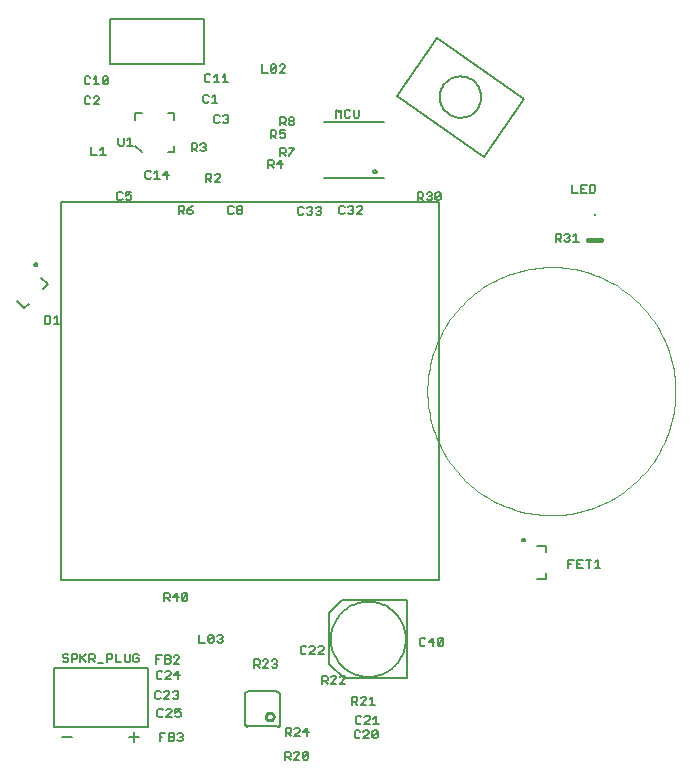
<source format=gto>
G75*
%MOIN*%
%OFA0B0*%
%FSLAX24Y24*%
%IPPOS*%
%LPD*%
%AMOC8*
5,1,8,0,0,1.08239X$1,22.5*
%
%ADD10C,0.0160*%
%ADD11C,0.0080*%
%ADD12C,0.0050*%
%ADD13C,0.0039*%
%ADD14C,0.0060*%
%ADD15C,0.0070*%
%ADD16C,0.0006*%
%ADD17C,0.0100*%
%ADD18R,0.0079X0.0079*%
D10*
X025219Y018999D02*
X025652Y018999D01*
D11*
X018057Y021281D02*
X018059Y021296D01*
X018065Y021309D01*
X018074Y021321D01*
X018085Y021330D01*
X018099Y021336D01*
X018114Y021338D01*
X018129Y021336D01*
X018142Y021330D01*
X018154Y021321D01*
X018163Y021310D01*
X018169Y021296D01*
X018171Y021281D01*
X018169Y021266D01*
X018163Y021253D01*
X018154Y021241D01*
X018143Y021232D01*
X018129Y021226D01*
X018114Y021224D01*
X018099Y021226D01*
X018086Y021232D01*
X018074Y021241D01*
X018065Y021252D01*
X018059Y021266D01*
X018057Y021281D01*
X011420Y021932D02*
X011420Y022149D01*
X011420Y021932D02*
X011204Y021932D01*
X010337Y021932D02*
X010121Y022149D01*
X010121Y023015D02*
X010121Y023231D01*
X010337Y023231D01*
X011204Y023231D02*
X011420Y023231D01*
X011420Y023015D01*
D12*
X010564Y002778D02*
X007434Y002778D01*
X007434Y004747D01*
X010564Y004747D01*
X010564Y002778D01*
X010943Y002570D02*
X010943Y002299D01*
X010943Y002435D02*
X011033Y002435D01*
X010943Y002570D02*
X011123Y002570D01*
X011238Y002570D02*
X011373Y002570D01*
X011418Y002525D01*
X011418Y002480D01*
X011373Y002435D01*
X011238Y002435D01*
X011238Y002570D02*
X011238Y002299D01*
X011373Y002299D01*
X011418Y002345D01*
X011418Y002390D01*
X011373Y002435D01*
X011532Y002525D02*
X011578Y002570D01*
X011668Y002570D01*
X011713Y002525D01*
X011713Y002480D01*
X011668Y002435D01*
X011713Y002390D01*
X011713Y002345D01*
X011668Y002299D01*
X011578Y002299D01*
X011532Y002345D01*
X011623Y002435D02*
X011668Y002435D01*
X011593Y003105D02*
X011503Y003105D01*
X011458Y003150D01*
X011458Y003240D02*
X011548Y003285D01*
X011593Y003285D01*
X011638Y003240D01*
X011638Y003150D01*
X011593Y003105D01*
X011458Y003240D02*
X011458Y003375D01*
X011638Y003375D01*
X011343Y003330D02*
X011298Y003375D01*
X011208Y003375D01*
X011163Y003330D01*
X011049Y003330D02*
X011004Y003375D01*
X010913Y003375D01*
X010868Y003330D01*
X010868Y003150D01*
X010913Y003105D01*
X011004Y003105D01*
X011049Y003150D01*
X011163Y003105D02*
X011343Y003285D01*
X011343Y003330D01*
X011343Y003105D02*
X011163Y003105D01*
X011084Y003698D02*
X011265Y003878D01*
X011265Y003923D01*
X011220Y003968D01*
X011130Y003968D01*
X011084Y003923D01*
X010970Y003923D02*
X010925Y003968D01*
X010835Y003968D01*
X010790Y003923D01*
X010790Y003743D01*
X010835Y003698D01*
X010925Y003698D01*
X010970Y003743D01*
X011084Y003698D02*
X011265Y003698D01*
X011379Y003743D02*
X011424Y003698D01*
X011514Y003698D01*
X011559Y003743D01*
X011559Y003788D01*
X011514Y003833D01*
X011469Y003833D01*
X011514Y003833D02*
X011559Y003878D01*
X011559Y003923D01*
X011514Y003968D01*
X011424Y003968D01*
X011379Y003923D01*
X011312Y004364D02*
X011132Y004364D01*
X011312Y004545D01*
X011312Y004590D01*
X011267Y004635D01*
X011177Y004635D01*
X011132Y004590D01*
X011017Y004590D02*
X010972Y004635D01*
X010882Y004635D01*
X010837Y004590D01*
X010837Y004409D01*
X010882Y004364D01*
X010972Y004364D01*
X011017Y004409D01*
X011426Y004500D02*
X011606Y004500D01*
X011561Y004635D02*
X011561Y004364D01*
X011426Y004500D02*
X011561Y004635D01*
X011598Y004882D02*
X011418Y004882D01*
X011598Y005062D01*
X011598Y005107D01*
X011553Y005152D01*
X011463Y005152D01*
X011418Y005107D01*
X011304Y005107D02*
X011304Y005062D01*
X011259Y005017D01*
X011124Y005017D01*
X011259Y005017D02*
X011304Y004972D01*
X011304Y004927D01*
X011259Y004882D01*
X011124Y004882D01*
X011124Y005152D01*
X011259Y005152D01*
X011304Y005107D01*
X011009Y005152D02*
X010829Y005152D01*
X010829Y004882D01*
X010829Y005017D02*
X010919Y005017D01*
X010246Y004978D02*
X010246Y005068D01*
X010156Y005068D01*
X010066Y005159D02*
X010066Y004978D01*
X010111Y004933D01*
X010201Y004933D01*
X010246Y004978D01*
X010246Y005159D02*
X010201Y005204D01*
X010111Y005204D01*
X010066Y005159D01*
X009952Y005204D02*
X009952Y004978D01*
X009907Y004933D01*
X009817Y004933D01*
X009771Y004978D01*
X009771Y005204D01*
X009657Y004933D02*
X009477Y004933D01*
X009477Y005204D01*
X009362Y005159D02*
X009362Y005068D01*
X009317Y005023D01*
X009182Y005023D01*
X009182Y004933D02*
X009182Y005204D01*
X009317Y005204D01*
X009362Y005159D01*
X009068Y004888D02*
X008888Y004888D01*
X008773Y004933D02*
X008683Y005023D01*
X008728Y005023D02*
X008593Y005023D01*
X008593Y004933D02*
X008593Y005204D01*
X008728Y005204D01*
X008773Y005159D01*
X008773Y005068D01*
X008728Y005023D01*
X008478Y004933D02*
X008343Y005068D01*
X008298Y005023D02*
X008478Y005204D01*
X008298Y005204D02*
X008298Y004933D01*
X008184Y005068D02*
X008139Y005023D01*
X008004Y005023D01*
X008004Y004933D02*
X008004Y005204D01*
X008139Y005204D01*
X008184Y005159D01*
X008184Y005068D01*
X007889Y005023D02*
X007889Y004978D01*
X007844Y004933D01*
X007754Y004933D01*
X007709Y004978D01*
X007754Y005068D02*
X007844Y005068D01*
X007889Y005023D01*
X007889Y005159D02*
X007844Y005204D01*
X007754Y005204D01*
X007709Y005159D01*
X007709Y005114D01*
X007754Y005068D01*
X007660Y007660D02*
X007660Y020260D01*
X020260Y020260D01*
X020260Y007660D01*
X007660Y007660D01*
X011097Y007235D02*
X011097Y006965D01*
X011097Y007055D02*
X011232Y007055D01*
X011277Y007100D01*
X011277Y007190D01*
X011232Y007235D01*
X011097Y007235D01*
X011187Y007055D02*
X011277Y006965D01*
X011391Y007100D02*
X011572Y007100D01*
X011526Y007235D02*
X011391Y007100D01*
X011526Y006965D02*
X011526Y007235D01*
X011686Y007190D02*
X011731Y007235D01*
X011821Y007235D01*
X011866Y007190D01*
X011686Y007010D01*
X011731Y006965D01*
X011821Y006965D01*
X011866Y007010D01*
X011866Y007190D01*
X011686Y007190D02*
X011686Y007010D01*
X012268Y005845D02*
X012268Y005574D01*
X012448Y005574D01*
X012562Y005619D02*
X012607Y005574D01*
X012697Y005574D01*
X012742Y005619D01*
X012742Y005799D01*
X012562Y005619D01*
X012562Y005799D01*
X012607Y005845D01*
X012697Y005845D01*
X012742Y005799D01*
X012857Y005799D02*
X012902Y005845D01*
X012992Y005845D01*
X013037Y005799D01*
X013037Y005754D01*
X012992Y005709D01*
X013037Y005664D01*
X013037Y005619D01*
X012992Y005574D01*
X012902Y005574D01*
X012857Y005619D01*
X012947Y005709D02*
X012992Y005709D01*
X014089Y005017D02*
X014224Y005017D01*
X014269Y004972D01*
X014269Y004881D01*
X014224Y004836D01*
X014089Y004836D01*
X014089Y004746D02*
X014089Y005017D01*
X014179Y004836D02*
X014269Y004746D01*
X014384Y004746D02*
X014564Y004926D01*
X014564Y004972D01*
X014519Y005017D01*
X014429Y005017D01*
X014384Y004972D01*
X014384Y004746D02*
X014564Y004746D01*
X014678Y004791D02*
X014723Y004746D01*
X014813Y004746D01*
X014858Y004791D01*
X014858Y004836D01*
X014813Y004881D01*
X014768Y004881D01*
X014813Y004881D02*
X014858Y004926D01*
X014858Y004972D01*
X014813Y005017D01*
X014723Y005017D01*
X014678Y004972D01*
X015638Y005247D02*
X015684Y005202D01*
X015774Y005202D01*
X015819Y005247D01*
X015933Y005202D02*
X016113Y005382D01*
X016113Y005427D01*
X016068Y005472D01*
X015978Y005472D01*
X015933Y005427D01*
X015819Y005427D02*
X015774Y005472D01*
X015684Y005472D01*
X015638Y005427D01*
X015638Y005247D01*
X015933Y005202D02*
X016113Y005202D01*
X016228Y005202D02*
X016408Y005382D01*
X016408Y005427D01*
X016363Y005472D01*
X016273Y005472D01*
X016228Y005427D01*
X016228Y005202D02*
X016408Y005202D01*
X016597Y004865D02*
X016597Y006558D01*
X017030Y006991D01*
X019196Y006991D01*
X019196Y004393D01*
X017070Y004393D01*
X016597Y004865D01*
X016696Y004481D02*
X016651Y004436D01*
X016696Y004481D02*
X016786Y004481D01*
X016831Y004436D01*
X016831Y004391D01*
X016651Y004211D01*
X016831Y004211D01*
X016946Y004211D02*
X017126Y004391D01*
X017126Y004436D01*
X017081Y004481D01*
X016991Y004481D01*
X016946Y004436D01*
X016946Y004211D02*
X017126Y004211D01*
X017351Y003778D02*
X017486Y003778D01*
X017531Y003733D01*
X017531Y003643D01*
X017486Y003598D01*
X017351Y003598D01*
X017441Y003598D02*
X017531Y003508D01*
X017646Y003508D02*
X017826Y003688D01*
X017826Y003733D01*
X017781Y003778D01*
X017691Y003778D01*
X017646Y003733D01*
X017646Y003508D02*
X017826Y003508D01*
X017940Y003508D02*
X018121Y003508D01*
X018030Y003508D02*
X018030Y003778D01*
X017940Y003688D01*
X017903Y003137D02*
X017813Y003137D01*
X017768Y003092D01*
X017653Y003092D02*
X017608Y003137D01*
X017518Y003137D01*
X017473Y003092D01*
X017473Y002912D01*
X017518Y002867D01*
X017608Y002867D01*
X017653Y002912D01*
X017768Y002867D02*
X017948Y003047D01*
X017948Y003092D01*
X017903Y003137D01*
X018062Y003047D02*
X018152Y003137D01*
X018152Y002867D01*
X018062Y002867D02*
X018243Y002867D01*
X018160Y002654D02*
X018070Y002654D01*
X018025Y002609D01*
X018025Y002429D01*
X018205Y002609D01*
X018205Y002429D01*
X018160Y002384D01*
X018070Y002384D01*
X018025Y002429D01*
X017910Y002384D02*
X017730Y002384D01*
X017910Y002564D01*
X017910Y002609D01*
X017865Y002654D01*
X017775Y002654D01*
X017730Y002609D01*
X017615Y002609D02*
X017570Y002654D01*
X017480Y002654D01*
X017435Y002609D01*
X017435Y002429D01*
X017480Y002384D01*
X017570Y002384D01*
X017615Y002429D01*
X017768Y002867D02*
X017948Y002867D01*
X018160Y002654D02*
X018205Y002609D01*
X017351Y003508D02*
X017351Y003778D01*
X016537Y004211D02*
X016447Y004301D01*
X016492Y004301D02*
X016357Y004301D01*
X016357Y004211D02*
X016357Y004481D01*
X016492Y004481D01*
X016537Y004436D01*
X016537Y004346D01*
X016492Y004301D01*
X016646Y005692D02*
X016648Y005762D01*
X016654Y005832D01*
X016664Y005902D01*
X016677Y005970D01*
X016695Y006038D01*
X016716Y006105D01*
X016741Y006171D01*
X016770Y006235D01*
X016802Y006297D01*
X016838Y006358D01*
X016877Y006416D01*
X016919Y006472D01*
X016964Y006526D01*
X017012Y006577D01*
X017063Y006625D01*
X017117Y006670D01*
X017173Y006712D01*
X017231Y006751D01*
X017292Y006787D01*
X017354Y006819D01*
X017418Y006848D01*
X017484Y006873D01*
X017551Y006894D01*
X017619Y006912D01*
X017687Y006925D01*
X017757Y006935D01*
X017827Y006941D01*
X017897Y006943D01*
X017967Y006941D01*
X018037Y006935D01*
X018107Y006925D01*
X018175Y006912D01*
X018243Y006894D01*
X018310Y006873D01*
X018376Y006848D01*
X018440Y006819D01*
X018502Y006787D01*
X018563Y006751D01*
X018621Y006712D01*
X018677Y006670D01*
X018731Y006625D01*
X018782Y006577D01*
X018830Y006526D01*
X018875Y006472D01*
X018917Y006416D01*
X018956Y006358D01*
X018992Y006297D01*
X019024Y006235D01*
X019053Y006171D01*
X019078Y006105D01*
X019099Y006038D01*
X019117Y005970D01*
X019130Y005902D01*
X019140Y005832D01*
X019146Y005762D01*
X019148Y005692D01*
X019146Y005622D01*
X019140Y005552D01*
X019130Y005482D01*
X019117Y005414D01*
X019099Y005346D01*
X019078Y005279D01*
X019053Y005213D01*
X019024Y005149D01*
X018992Y005087D01*
X018956Y005026D01*
X018917Y004968D01*
X018875Y004912D01*
X018830Y004858D01*
X018782Y004807D01*
X018731Y004759D01*
X018677Y004714D01*
X018621Y004672D01*
X018563Y004633D01*
X018502Y004597D01*
X018440Y004565D01*
X018376Y004536D01*
X018310Y004511D01*
X018243Y004490D01*
X018175Y004472D01*
X018107Y004459D01*
X018037Y004449D01*
X017967Y004443D01*
X017897Y004441D01*
X017827Y004443D01*
X017757Y004449D01*
X017687Y004459D01*
X017619Y004472D01*
X017551Y004490D01*
X017484Y004511D01*
X017418Y004536D01*
X017354Y004565D01*
X017292Y004597D01*
X017231Y004633D01*
X017173Y004672D01*
X017117Y004714D01*
X017063Y004759D01*
X017012Y004807D01*
X016964Y004858D01*
X016919Y004912D01*
X016877Y004968D01*
X016838Y005026D01*
X016802Y005087D01*
X016770Y005149D01*
X016741Y005213D01*
X016716Y005279D01*
X016695Y005346D01*
X016677Y005414D01*
X016664Y005482D01*
X016654Y005552D01*
X016648Y005622D01*
X016646Y005692D01*
X019618Y005694D02*
X019618Y005514D01*
X019663Y005469D01*
X019754Y005469D01*
X019799Y005514D01*
X019913Y005604D02*
X020093Y005604D01*
X020048Y005469D02*
X020048Y005739D01*
X019913Y005604D01*
X019799Y005694D02*
X019754Y005739D01*
X019663Y005739D01*
X019618Y005694D01*
X020208Y005694D02*
X020208Y005514D01*
X020388Y005694D01*
X020388Y005514D01*
X020343Y005469D01*
X020253Y005469D01*
X020208Y005514D01*
X020208Y005694D02*
X020253Y005739D01*
X020343Y005739D01*
X020388Y005694D01*
X023016Y009001D02*
X023018Y009014D01*
X023023Y009027D01*
X023032Y009038D01*
X023043Y009045D01*
X023056Y009050D01*
X023069Y009051D01*
X023083Y009048D01*
X023095Y009042D01*
X023105Y009033D01*
X023112Y009021D01*
X023116Y009008D01*
X023116Y008994D01*
X023112Y008981D01*
X023105Y008969D01*
X023095Y008960D01*
X023083Y008954D01*
X023069Y008951D01*
X023056Y008952D01*
X023043Y008957D01*
X023032Y008964D01*
X023023Y008975D01*
X023018Y008988D01*
X023016Y009001D01*
X024565Y008341D02*
X024565Y008070D01*
X024565Y008205D02*
X024655Y008205D01*
X024565Y008341D02*
X024745Y008341D01*
X024860Y008341D02*
X024860Y008070D01*
X025040Y008070D01*
X024950Y008205D02*
X024860Y008205D01*
X024860Y008341D02*
X025040Y008341D01*
X025154Y008341D02*
X025334Y008341D01*
X025244Y008341D02*
X025244Y008070D01*
X025449Y008070D02*
X025629Y008070D01*
X025539Y008070D02*
X025539Y008341D01*
X025449Y008251D01*
X015861Y002736D02*
X015861Y002466D01*
X015906Y002601D02*
X015725Y002601D01*
X015861Y002736D01*
X015611Y002691D02*
X015566Y002736D01*
X015476Y002736D01*
X015431Y002691D01*
X015316Y002691D02*
X015316Y002601D01*
X015271Y002556D01*
X015136Y002556D01*
X015226Y002556D02*
X015316Y002466D01*
X015431Y002466D02*
X015611Y002646D01*
X015611Y002691D01*
X015611Y002466D02*
X015431Y002466D01*
X015316Y002691D02*
X015271Y002736D01*
X015136Y002736D01*
X015136Y002466D01*
X015126Y001947D02*
X015261Y001947D01*
X015306Y001902D01*
X015306Y001812D01*
X015261Y001767D01*
X015126Y001767D01*
X015216Y001767D02*
X015306Y001677D01*
X015421Y001677D02*
X015601Y001857D01*
X015601Y001902D01*
X015556Y001947D01*
X015466Y001947D01*
X015421Y001902D01*
X015421Y001677D02*
X015601Y001677D01*
X015715Y001722D02*
X015895Y001902D01*
X015895Y001722D01*
X015850Y001677D01*
X015760Y001677D01*
X015715Y001722D01*
X015715Y001902D01*
X015760Y001947D01*
X015850Y001947D01*
X015895Y001902D01*
X015126Y001947D02*
X015126Y001677D01*
X007593Y016204D02*
X007413Y016204D01*
X007503Y016204D02*
X007503Y016475D01*
X007413Y016385D01*
X007298Y016430D02*
X007253Y016475D01*
X007118Y016475D01*
X007118Y016204D01*
X007253Y016204D01*
X007298Y016249D01*
X007298Y016430D01*
X006763Y018190D02*
X006765Y018203D01*
X006770Y018216D01*
X006779Y018227D01*
X006790Y018234D01*
X006803Y018239D01*
X006816Y018240D01*
X006830Y018237D01*
X006842Y018231D01*
X006852Y018222D01*
X006859Y018210D01*
X006863Y018197D01*
X006863Y018183D01*
X006859Y018170D01*
X006852Y018158D01*
X006842Y018149D01*
X006830Y018143D01*
X006816Y018140D01*
X006803Y018141D01*
X006790Y018146D01*
X006779Y018153D01*
X006770Y018164D01*
X006765Y018177D01*
X006763Y018190D01*
X009522Y020382D02*
X009567Y020337D01*
X009657Y020337D01*
X009702Y020382D01*
X009817Y020382D02*
X009862Y020337D01*
X009952Y020337D01*
X009997Y020382D01*
X009997Y020472D01*
X009952Y020517D01*
X009907Y020517D01*
X009817Y020472D01*
X009817Y020607D01*
X009997Y020607D01*
X009702Y020562D02*
X009657Y020607D01*
X009567Y020607D01*
X009522Y020562D01*
X009522Y020382D01*
X010467Y021087D02*
X010512Y021042D01*
X010602Y021042D01*
X010647Y021087D01*
X010761Y021042D02*
X010942Y021042D01*
X010852Y021042D02*
X010852Y021312D01*
X010761Y021222D01*
X010647Y021267D02*
X010602Y021312D01*
X010512Y021312D01*
X010467Y021267D01*
X010467Y021087D01*
X011056Y021177D02*
X011236Y021177D01*
X011191Y021312D02*
X011056Y021177D01*
X011191Y021042D02*
X011191Y021312D01*
X012002Y021951D02*
X012002Y022221D01*
X012137Y022221D01*
X012182Y022176D01*
X012182Y022086D01*
X012137Y022041D01*
X012002Y022041D01*
X012092Y022041D02*
X012182Y021951D01*
X012297Y021996D02*
X012342Y021951D01*
X012432Y021951D01*
X012477Y021996D01*
X012477Y022041D01*
X012432Y022086D01*
X012387Y022086D01*
X012432Y022086D02*
X012477Y022131D01*
X012477Y022176D01*
X012432Y022221D01*
X012342Y022221D01*
X012297Y022176D01*
X012803Y022900D02*
X012893Y022900D01*
X012938Y022945D01*
X013053Y022945D02*
X013098Y022900D01*
X013188Y022900D01*
X013233Y022945D01*
X013233Y022990D01*
X013188Y023035D01*
X013143Y023035D01*
X013188Y023035D02*
X013233Y023080D01*
X013233Y023125D01*
X013188Y023170D01*
X013098Y023170D01*
X013053Y023125D01*
X012938Y023125D02*
X012893Y023170D01*
X012803Y023170D01*
X012758Y023125D01*
X012758Y022945D01*
X012803Y022900D01*
X012777Y023573D02*
X012777Y023843D01*
X012687Y023753D01*
X012572Y023798D02*
X012527Y023843D01*
X012437Y023843D01*
X012392Y023798D01*
X012392Y023618D01*
X012437Y023573D01*
X012527Y023573D01*
X012572Y023618D01*
X012687Y023573D02*
X012867Y023573D01*
X012836Y024270D02*
X012836Y024540D01*
X012746Y024450D01*
X012631Y024495D02*
X012586Y024540D01*
X012496Y024540D01*
X012451Y024495D01*
X012451Y024315D01*
X012496Y024270D01*
X012586Y024270D01*
X012631Y024315D01*
X012746Y024270D02*
X012926Y024270D01*
X013040Y024270D02*
X013221Y024270D01*
X013130Y024270D02*
X013130Y024540D01*
X013040Y024450D01*
X012424Y024857D02*
X012424Y026353D01*
X009274Y026353D01*
X009274Y024857D01*
X012424Y024857D01*
X014356Y024852D02*
X014356Y024582D01*
X014536Y024582D01*
X014651Y024627D02*
X014831Y024807D01*
X014831Y024627D01*
X014786Y024582D01*
X014696Y024582D01*
X014651Y024627D01*
X014651Y024807D01*
X014696Y024852D01*
X014786Y024852D01*
X014831Y024807D01*
X014945Y024807D02*
X014991Y024852D01*
X015081Y024852D01*
X015126Y024807D01*
X015126Y024762D01*
X014945Y024582D01*
X015126Y024582D01*
X015090Y023087D02*
X014955Y023087D01*
X014955Y022817D01*
X014955Y022907D02*
X015090Y022907D01*
X015135Y022952D01*
X015135Y023042D01*
X015090Y023087D01*
X015250Y023042D02*
X015250Y022997D01*
X015295Y022952D01*
X015385Y022952D01*
X015430Y022907D01*
X015430Y022862D01*
X015385Y022817D01*
X015295Y022817D01*
X015250Y022862D01*
X015250Y022907D01*
X015295Y022952D01*
X015385Y022952D02*
X015430Y022997D01*
X015430Y023042D01*
X015385Y023087D01*
X015295Y023087D01*
X015250Y023042D01*
X015045Y022907D02*
X015135Y022817D01*
X015115Y022654D02*
X014935Y022654D01*
X014935Y022519D01*
X015025Y022564D01*
X015070Y022564D01*
X015115Y022519D01*
X015115Y022429D01*
X015070Y022384D01*
X014980Y022384D01*
X014935Y022429D01*
X014820Y022384D02*
X014730Y022474D01*
X014775Y022474D02*
X014640Y022474D01*
X014640Y022384D02*
X014640Y022654D01*
X014775Y022654D01*
X014820Y022609D01*
X014820Y022519D01*
X014775Y022474D01*
X014955Y022064D02*
X015090Y022064D01*
X015135Y022019D01*
X015135Y021929D01*
X015090Y021884D01*
X014955Y021884D01*
X015045Y021884D02*
X015135Y021794D01*
X015250Y021794D02*
X015250Y021839D01*
X015430Y022019D01*
X015430Y022064D01*
X015250Y022064D01*
X014955Y022064D02*
X014955Y021794D01*
X014991Y021670D02*
X014856Y021535D01*
X015036Y021535D01*
X014991Y021400D02*
X014991Y021670D01*
X014741Y021625D02*
X014741Y021535D01*
X014696Y021490D01*
X014561Y021490D01*
X014561Y021400D02*
X014561Y021670D01*
X014696Y021670D01*
X014741Y021625D01*
X014651Y021490D02*
X014741Y021400D01*
X015600Y020111D02*
X015555Y020066D01*
X015555Y019886D01*
X015600Y019841D01*
X015690Y019841D01*
X015735Y019886D01*
X015849Y019886D02*
X015894Y019841D01*
X015984Y019841D01*
X016029Y019886D01*
X016029Y019931D01*
X015984Y019976D01*
X015939Y019976D01*
X015984Y019976D02*
X016029Y020021D01*
X016029Y020066D01*
X015984Y020111D01*
X015894Y020111D01*
X015849Y020066D01*
X015735Y020066D02*
X015690Y020111D01*
X015600Y020111D01*
X016144Y020066D02*
X016189Y020111D01*
X016279Y020111D01*
X016324Y020066D01*
X016324Y020021D01*
X016279Y019976D01*
X016324Y019931D01*
X016324Y019886D01*
X016279Y019841D01*
X016189Y019841D01*
X016144Y019886D01*
X016234Y019976D02*
X016279Y019976D01*
X016924Y019909D02*
X016969Y019864D01*
X017059Y019864D01*
X017104Y019909D01*
X017218Y019909D02*
X017263Y019864D01*
X017353Y019864D01*
X017398Y019909D01*
X017398Y019955D01*
X017353Y020000D01*
X017308Y020000D01*
X017353Y020000D02*
X017398Y020045D01*
X017398Y020090D01*
X017353Y020135D01*
X017263Y020135D01*
X017218Y020090D01*
X017104Y020090D02*
X017059Y020135D01*
X016969Y020135D01*
X016924Y020090D01*
X016924Y019909D01*
X017513Y019864D02*
X017693Y020045D01*
X017693Y020090D01*
X017648Y020135D01*
X017558Y020135D01*
X017513Y020090D01*
X017513Y019864D02*
X017693Y019864D01*
X019540Y020319D02*
X019540Y020589D01*
X019675Y020589D01*
X019720Y020544D01*
X019720Y020454D01*
X019675Y020409D01*
X019540Y020409D01*
X019630Y020409D02*
X019720Y020319D01*
X019835Y020364D02*
X019880Y020319D01*
X019970Y020319D01*
X020015Y020364D01*
X020015Y020409D01*
X019970Y020454D01*
X019925Y020454D01*
X019970Y020454D02*
X020015Y020499D01*
X020015Y020544D01*
X019970Y020589D01*
X019880Y020589D01*
X019835Y020544D01*
X020129Y020544D02*
X020129Y020364D01*
X020309Y020544D01*
X020309Y020364D01*
X020264Y020319D01*
X020174Y020319D01*
X020129Y020364D01*
X020129Y020544D02*
X020174Y020589D01*
X020264Y020589D01*
X020309Y020544D01*
X021741Y021779D02*
X018839Y023811D01*
X020194Y025746D01*
X023096Y023714D01*
X021741Y021779D01*
X020278Y023763D02*
X020280Y023815D01*
X020286Y023867D01*
X020296Y023918D01*
X020309Y023968D01*
X020327Y024018D01*
X020348Y024065D01*
X020372Y024111D01*
X020401Y024155D01*
X020432Y024197D01*
X020466Y024236D01*
X020503Y024273D01*
X020543Y024306D01*
X020586Y024337D01*
X020630Y024364D01*
X020676Y024388D01*
X020725Y024408D01*
X020774Y024424D01*
X020825Y024437D01*
X020876Y024446D01*
X020928Y024451D01*
X020980Y024452D01*
X021032Y024449D01*
X021084Y024442D01*
X021135Y024431D01*
X021185Y024417D01*
X021234Y024398D01*
X021281Y024376D01*
X021326Y024351D01*
X021370Y024322D01*
X021411Y024290D01*
X021450Y024255D01*
X021485Y024217D01*
X021518Y024176D01*
X021548Y024134D01*
X021574Y024089D01*
X021597Y024042D01*
X021616Y023993D01*
X021632Y023943D01*
X021644Y023893D01*
X021652Y023841D01*
X021656Y023789D01*
X021656Y023737D01*
X021652Y023685D01*
X021644Y023633D01*
X021632Y023583D01*
X021616Y023533D01*
X021597Y023484D01*
X021574Y023437D01*
X021548Y023392D01*
X021518Y023350D01*
X021485Y023309D01*
X021450Y023271D01*
X021411Y023236D01*
X021370Y023204D01*
X021326Y023175D01*
X021281Y023150D01*
X021234Y023128D01*
X021185Y023109D01*
X021135Y023095D01*
X021084Y023084D01*
X021032Y023077D01*
X020980Y023074D01*
X020928Y023075D01*
X020876Y023080D01*
X020825Y023089D01*
X020774Y023102D01*
X020725Y023118D01*
X020676Y023138D01*
X020630Y023162D01*
X020586Y023189D01*
X020543Y023220D01*
X020503Y023253D01*
X020466Y023290D01*
X020432Y023329D01*
X020401Y023371D01*
X020372Y023415D01*
X020348Y023461D01*
X020327Y023508D01*
X020309Y023558D01*
X020296Y023608D01*
X020286Y023659D01*
X020280Y023711D01*
X020278Y023763D01*
X017588Y023349D02*
X017588Y023124D01*
X017543Y023079D01*
X017453Y023079D01*
X017408Y023124D01*
X017408Y023349D01*
X017293Y023304D02*
X017248Y023349D01*
X017158Y023349D01*
X017113Y023304D01*
X017113Y023124D01*
X017158Y023079D01*
X017248Y023079D01*
X017293Y023124D01*
X016999Y023079D02*
X016999Y023349D01*
X016908Y023259D01*
X016818Y023349D01*
X016818Y023079D01*
X013698Y020090D02*
X013698Y020045D01*
X013652Y020000D01*
X013562Y020000D01*
X013517Y020045D01*
X013517Y020090D01*
X013562Y020135D01*
X013652Y020135D01*
X013698Y020090D01*
X013652Y020000D02*
X013698Y019955D01*
X013698Y019909D01*
X013652Y019864D01*
X013562Y019864D01*
X013517Y019909D01*
X013517Y019955D01*
X013562Y020000D01*
X013403Y020090D02*
X013358Y020135D01*
X013268Y020135D01*
X013223Y020090D01*
X013223Y019909D01*
X013268Y019864D01*
X013358Y019864D01*
X013403Y019909D01*
X012949Y020927D02*
X012769Y020927D01*
X012949Y021108D01*
X012949Y021153D01*
X012904Y021198D01*
X012814Y021198D01*
X012769Y021153D01*
X012655Y021153D02*
X012655Y021063D01*
X012610Y021018D01*
X012475Y021018D01*
X012565Y021018D02*
X012655Y020927D01*
X012475Y020927D02*
X012475Y021198D01*
X012610Y021198D01*
X012655Y021153D01*
X012044Y020135D02*
X011954Y020090D01*
X011864Y020000D01*
X011999Y020000D01*
X012044Y019955D01*
X012044Y019909D01*
X011999Y019864D01*
X011909Y019864D01*
X011864Y019909D01*
X011864Y020000D01*
X011749Y020000D02*
X011704Y019955D01*
X011569Y019955D01*
X011659Y019955D02*
X011749Y019864D01*
X011749Y020000D02*
X011749Y020090D01*
X011704Y020135D01*
X011569Y020135D01*
X011569Y019864D01*
X010042Y022144D02*
X009862Y022144D01*
X009952Y022144D02*
X009952Y022414D01*
X009862Y022324D01*
X009747Y022414D02*
X009747Y022189D01*
X009702Y022144D01*
X009612Y022144D01*
X009567Y022189D01*
X009567Y022414D01*
X009045Y022094D02*
X009045Y021824D01*
X008955Y021824D02*
X009135Y021824D01*
X008955Y022004D02*
X009045Y022094D01*
X008840Y021824D02*
X008660Y021824D01*
X008660Y022094D01*
X008582Y024187D02*
X008627Y024232D01*
X008582Y024187D02*
X008492Y024187D01*
X008447Y024232D01*
X008447Y024412D01*
X008492Y024458D01*
X008582Y024458D01*
X008627Y024412D01*
X008742Y024367D02*
X008832Y024458D01*
X008832Y024187D01*
X008742Y024187D02*
X008922Y024187D01*
X009036Y024232D02*
X009217Y024412D01*
X009217Y024232D01*
X009172Y024187D01*
X009081Y024187D01*
X009036Y024232D01*
X009036Y024412D01*
X009081Y024458D01*
X009172Y024458D01*
X009217Y024412D01*
X024138Y019211D02*
X024138Y018941D01*
X024138Y019031D02*
X024273Y019031D01*
X024318Y019076D01*
X024318Y019166D01*
X024273Y019211D01*
X024138Y019211D01*
X024228Y019031D02*
X024318Y018941D01*
X024432Y018986D02*
X024477Y018941D01*
X024567Y018941D01*
X024612Y018986D01*
X024612Y019031D01*
X024567Y019076D01*
X024522Y019076D01*
X024567Y019076D02*
X024612Y019121D01*
X024612Y019166D01*
X024567Y019211D01*
X024477Y019211D01*
X024432Y019166D01*
X024727Y019121D02*
X024817Y019211D01*
X024817Y018941D01*
X024727Y018941D02*
X024907Y018941D01*
X024875Y020578D02*
X024695Y020578D01*
X024695Y020848D01*
X024990Y020848D02*
X024990Y020578D01*
X025170Y020578D01*
X025284Y020578D02*
X025419Y020578D01*
X025465Y020623D01*
X025465Y020803D01*
X025419Y020848D01*
X025284Y020848D01*
X025284Y020578D01*
X025080Y020713D02*
X024990Y020713D01*
X024990Y020848D02*
X025170Y020848D01*
D13*
X019865Y013960D02*
X019867Y014088D01*
X019873Y014216D01*
X019883Y014343D01*
X019897Y014471D01*
X019914Y014597D01*
X019936Y014723D01*
X019962Y014849D01*
X019991Y014973D01*
X020024Y015097D01*
X020061Y015219D01*
X020102Y015340D01*
X020147Y015460D01*
X020195Y015579D01*
X020247Y015696D01*
X020303Y015811D01*
X020362Y015925D01*
X020424Y016036D01*
X020490Y016146D01*
X020559Y016253D01*
X020632Y016359D01*
X020708Y016462D01*
X020787Y016562D01*
X020869Y016661D01*
X020954Y016756D01*
X021042Y016849D01*
X021133Y016939D01*
X021226Y017026D01*
X021323Y017111D01*
X021421Y017192D01*
X021523Y017270D01*
X021626Y017345D01*
X021732Y017417D01*
X021840Y017486D01*
X021950Y017551D01*
X022063Y017612D01*
X022177Y017671D01*
X022292Y017725D01*
X022410Y017776D01*
X022528Y017824D01*
X022649Y017867D01*
X022770Y017907D01*
X022893Y017943D01*
X023017Y017976D01*
X023142Y018004D01*
X023267Y018029D01*
X023393Y018049D01*
X023520Y018066D01*
X023648Y018079D01*
X023775Y018088D01*
X023903Y018093D01*
X024031Y018094D01*
X024159Y018091D01*
X024287Y018084D01*
X024414Y018073D01*
X024541Y018058D01*
X024668Y018040D01*
X024794Y018017D01*
X024919Y017990D01*
X025043Y017960D01*
X025166Y017926D01*
X025289Y017888D01*
X025410Y017846D01*
X025529Y017800D01*
X025647Y017751D01*
X025764Y017698D01*
X025879Y017642D01*
X025992Y017582D01*
X026103Y017519D01*
X026212Y017452D01*
X026319Y017382D01*
X026424Y017308D01*
X026526Y017232D01*
X026626Y017152D01*
X026724Y017069D01*
X026819Y016983D01*
X026911Y016894D01*
X027000Y016803D01*
X027087Y016709D01*
X027170Y016612D01*
X027251Y016512D01*
X027328Y016411D01*
X027403Y016306D01*
X027474Y016200D01*
X027541Y016091D01*
X027606Y015981D01*
X027666Y015868D01*
X027724Y015754D01*
X027777Y015638D01*
X027827Y015520D01*
X027874Y015401D01*
X027917Y015280D01*
X027956Y015158D01*
X027991Y015035D01*
X028022Y014911D01*
X028050Y014786D01*
X028073Y014660D01*
X028093Y014534D01*
X028109Y014407D01*
X028121Y014280D01*
X028129Y014152D01*
X028133Y014024D01*
X028133Y013896D01*
X028129Y013768D01*
X028121Y013640D01*
X028109Y013513D01*
X028093Y013386D01*
X028073Y013260D01*
X028050Y013134D01*
X028022Y013009D01*
X027991Y012885D01*
X027956Y012762D01*
X027917Y012640D01*
X027874Y012519D01*
X027827Y012400D01*
X027777Y012282D01*
X027724Y012166D01*
X027666Y012052D01*
X027606Y011939D01*
X027541Y011829D01*
X027474Y011720D01*
X027403Y011614D01*
X027328Y011509D01*
X027251Y011408D01*
X027170Y011308D01*
X027087Y011211D01*
X027000Y011117D01*
X026911Y011026D01*
X026819Y010937D01*
X026724Y010851D01*
X026626Y010768D01*
X026526Y010688D01*
X026424Y010612D01*
X026319Y010538D01*
X026212Y010468D01*
X026103Y010401D01*
X025992Y010338D01*
X025879Y010278D01*
X025764Y010222D01*
X025647Y010169D01*
X025529Y010120D01*
X025410Y010074D01*
X025289Y010032D01*
X025166Y009994D01*
X025043Y009960D01*
X024919Y009930D01*
X024794Y009903D01*
X024668Y009880D01*
X024541Y009862D01*
X024414Y009847D01*
X024287Y009836D01*
X024159Y009829D01*
X024031Y009826D01*
X023903Y009827D01*
X023775Y009832D01*
X023648Y009841D01*
X023520Y009854D01*
X023393Y009871D01*
X023267Y009891D01*
X023142Y009916D01*
X023017Y009944D01*
X022893Y009977D01*
X022770Y010013D01*
X022649Y010053D01*
X022528Y010096D01*
X022410Y010144D01*
X022292Y010195D01*
X022177Y010249D01*
X022063Y010308D01*
X021950Y010369D01*
X021840Y010434D01*
X021732Y010503D01*
X021626Y010575D01*
X021523Y010650D01*
X021421Y010728D01*
X021323Y010809D01*
X021226Y010894D01*
X021133Y010981D01*
X021042Y011071D01*
X020954Y011164D01*
X020869Y011259D01*
X020787Y011358D01*
X020708Y011458D01*
X020632Y011561D01*
X020559Y011667D01*
X020490Y011774D01*
X020424Y011884D01*
X020362Y011995D01*
X020303Y012109D01*
X020247Y012224D01*
X020195Y012341D01*
X020147Y012460D01*
X020102Y012580D01*
X020061Y012701D01*
X020024Y012823D01*
X019991Y012947D01*
X019962Y013071D01*
X019936Y013197D01*
X019914Y013323D01*
X019897Y013449D01*
X019883Y013577D01*
X019873Y013704D01*
X019867Y013832D01*
X019865Y013960D01*
D14*
X023506Y008811D02*
X023826Y008811D01*
X023826Y008591D01*
X023826Y007911D02*
X023826Y007691D01*
X023506Y007691D01*
X014940Y003857D02*
X014940Y002889D01*
X014837Y002786D02*
X013869Y002786D01*
X013771Y002889D02*
X013771Y003857D01*
X013771Y003853D02*
X013772Y003870D01*
X013777Y003887D01*
X013784Y003902D01*
X013794Y003916D01*
X013806Y003928D01*
X013820Y003938D01*
X013835Y003945D01*
X013852Y003950D01*
X013869Y003951D01*
X013869Y003952D02*
X014841Y003952D01*
X014841Y003951D02*
X014858Y003950D01*
X014875Y003945D01*
X014890Y003938D01*
X014904Y003928D01*
X014916Y003916D01*
X014926Y003902D01*
X014933Y003887D01*
X014938Y003870D01*
X014939Y003853D01*
X006425Y016726D02*
X006580Y016882D01*
X006425Y016726D02*
X006198Y016952D01*
X007061Y017363D02*
X007217Y017518D01*
X006990Y017744D01*
X008488Y023527D02*
X008444Y023570D01*
X008444Y023744D01*
X008488Y023787D01*
X008574Y023787D01*
X008618Y023744D01*
X008739Y023744D02*
X008782Y023787D01*
X008869Y023787D01*
X008912Y023744D01*
X008912Y023700D01*
X008739Y023527D01*
X008912Y023527D01*
X008618Y023570D02*
X008574Y023527D01*
X008488Y023527D01*
X016424Y022921D02*
X018434Y022921D01*
X018434Y021061D02*
X016424Y021061D01*
D15*
X010097Y002594D02*
X010097Y002267D01*
X009934Y002430D02*
X010261Y002430D01*
X008011Y002430D02*
X007684Y002430D01*
D16*
X013745Y002883D02*
X013799Y002883D01*
X013798Y002882D02*
X013800Y002867D01*
X013806Y002853D01*
X013814Y002840D01*
X013824Y002830D01*
X013837Y002822D01*
X013851Y002816D01*
X013866Y002814D01*
X013867Y002761D01*
X013866Y002760D01*
X013845Y002762D01*
X013825Y002768D01*
X013806Y002777D01*
X013788Y002789D01*
X013773Y002804D01*
X013761Y002822D01*
X013752Y002841D01*
X013746Y002861D01*
X013744Y002882D01*
X013749Y002882D01*
X013751Y002862D01*
X013757Y002842D01*
X013766Y002824D01*
X013777Y002808D01*
X013792Y002793D01*
X013808Y002782D01*
X013826Y002773D01*
X013846Y002767D01*
X013866Y002765D01*
X013866Y002770D01*
X013847Y002772D01*
X013828Y002778D01*
X013811Y002786D01*
X013795Y002797D01*
X013781Y002811D01*
X013770Y002827D01*
X013762Y002844D01*
X013756Y002863D01*
X013754Y002882D01*
X013759Y002882D01*
X013761Y002864D01*
X013766Y002846D01*
X013774Y002829D01*
X013785Y002814D01*
X013798Y002801D01*
X013813Y002790D01*
X013830Y002782D01*
X013848Y002777D01*
X013866Y002775D01*
X013866Y002780D01*
X013846Y002782D01*
X013827Y002789D01*
X013810Y002798D01*
X013795Y002811D01*
X013782Y002826D01*
X013773Y002843D01*
X013766Y002862D01*
X013764Y002882D01*
X013769Y002882D01*
X013771Y002863D01*
X013777Y002845D01*
X013786Y002829D01*
X013798Y002814D01*
X013813Y002802D01*
X013829Y002793D01*
X013847Y002787D01*
X013866Y002785D01*
X013866Y002790D01*
X013848Y002792D01*
X013831Y002798D01*
X013816Y002806D01*
X013802Y002818D01*
X013790Y002832D01*
X013782Y002847D01*
X013776Y002864D01*
X013774Y002882D01*
X013779Y002882D01*
X013781Y002865D01*
X013786Y002849D01*
X013795Y002834D01*
X013805Y002821D01*
X013818Y002811D01*
X013833Y002802D01*
X013849Y002797D01*
X013866Y002795D01*
X013866Y002800D01*
X013850Y002802D01*
X013835Y002807D01*
X013821Y002815D01*
X013809Y002825D01*
X013799Y002837D01*
X013791Y002851D01*
X013786Y002866D01*
X013784Y002882D01*
X013789Y002882D01*
X013792Y002865D01*
X013797Y002849D01*
X013807Y002835D01*
X013819Y002823D01*
X013833Y002813D01*
X013849Y002808D01*
X013866Y002805D01*
X013866Y002810D01*
X013850Y002812D01*
X013835Y002818D01*
X013822Y002827D01*
X013811Y002838D01*
X013802Y002851D01*
X013796Y002866D01*
X013794Y002882D01*
X014843Y002761D02*
X014843Y002815D01*
X014844Y002814D02*
X014859Y002816D01*
X014873Y002822D01*
X014886Y002830D01*
X014896Y002840D01*
X014904Y002853D01*
X014910Y002867D01*
X014912Y002882D01*
X014965Y002883D01*
X014966Y002882D01*
X014964Y002861D01*
X014958Y002841D01*
X014949Y002822D01*
X014937Y002804D01*
X014922Y002789D01*
X014904Y002777D01*
X014885Y002768D01*
X014865Y002762D01*
X014844Y002760D01*
X014844Y002765D01*
X014864Y002767D01*
X014884Y002773D01*
X014902Y002782D01*
X014918Y002793D01*
X014933Y002808D01*
X014944Y002824D01*
X014953Y002842D01*
X014959Y002862D01*
X014961Y002882D01*
X014956Y002882D01*
X014954Y002863D01*
X014948Y002844D01*
X014940Y002827D01*
X014929Y002811D01*
X014915Y002797D01*
X014899Y002786D01*
X014882Y002778D01*
X014863Y002772D01*
X014844Y002770D01*
X014844Y002775D01*
X014862Y002777D01*
X014880Y002782D01*
X014897Y002790D01*
X014912Y002801D01*
X014925Y002814D01*
X014936Y002829D01*
X014944Y002846D01*
X014949Y002864D01*
X014951Y002882D01*
X014946Y002882D01*
X014944Y002862D01*
X014937Y002843D01*
X014928Y002826D01*
X014915Y002811D01*
X014900Y002798D01*
X014883Y002789D01*
X014864Y002782D01*
X014844Y002780D01*
X014844Y002785D01*
X014863Y002787D01*
X014881Y002793D01*
X014897Y002802D01*
X014912Y002814D01*
X014924Y002829D01*
X014933Y002845D01*
X014939Y002863D01*
X014941Y002882D01*
X014936Y002882D01*
X014934Y002864D01*
X014928Y002847D01*
X014920Y002832D01*
X014908Y002818D01*
X014894Y002806D01*
X014879Y002798D01*
X014862Y002792D01*
X014844Y002790D01*
X014844Y002795D01*
X014861Y002797D01*
X014877Y002802D01*
X014892Y002811D01*
X014905Y002821D01*
X014915Y002834D01*
X014924Y002849D01*
X014929Y002865D01*
X014931Y002882D01*
X014926Y002882D01*
X014924Y002866D01*
X014919Y002851D01*
X014911Y002837D01*
X014901Y002825D01*
X014889Y002815D01*
X014875Y002807D01*
X014860Y002802D01*
X014844Y002800D01*
X014844Y002805D01*
X014861Y002808D01*
X014877Y002813D01*
X014891Y002823D01*
X014903Y002835D01*
X014913Y002849D01*
X014918Y002865D01*
X014921Y002882D01*
X014916Y002882D01*
X014914Y002866D01*
X014908Y002851D01*
X014899Y002838D01*
X014888Y002827D01*
X014875Y002818D01*
X014860Y002812D01*
X014844Y002810D01*
D17*
X014481Y003113D02*
X014483Y003135D01*
X014489Y003157D01*
X014498Y003177D01*
X014511Y003195D01*
X014527Y003211D01*
X014545Y003224D01*
X014565Y003233D01*
X014587Y003239D01*
X014609Y003241D01*
X014631Y003239D01*
X014653Y003233D01*
X014673Y003224D01*
X014691Y003211D01*
X014707Y003195D01*
X014720Y003177D01*
X014729Y003157D01*
X014735Y003135D01*
X014737Y003113D01*
X014735Y003091D01*
X014729Y003069D01*
X014720Y003049D01*
X014707Y003031D01*
X014691Y003015D01*
X014673Y003002D01*
X014653Y002993D01*
X014631Y002987D01*
X014609Y002985D01*
X014587Y002987D01*
X014565Y002993D01*
X014545Y003002D01*
X014527Y003015D01*
X014511Y003031D01*
X014498Y003049D01*
X014489Y003069D01*
X014483Y003091D01*
X014481Y003113D01*
D18*
X025456Y019826D03*
M02*

</source>
